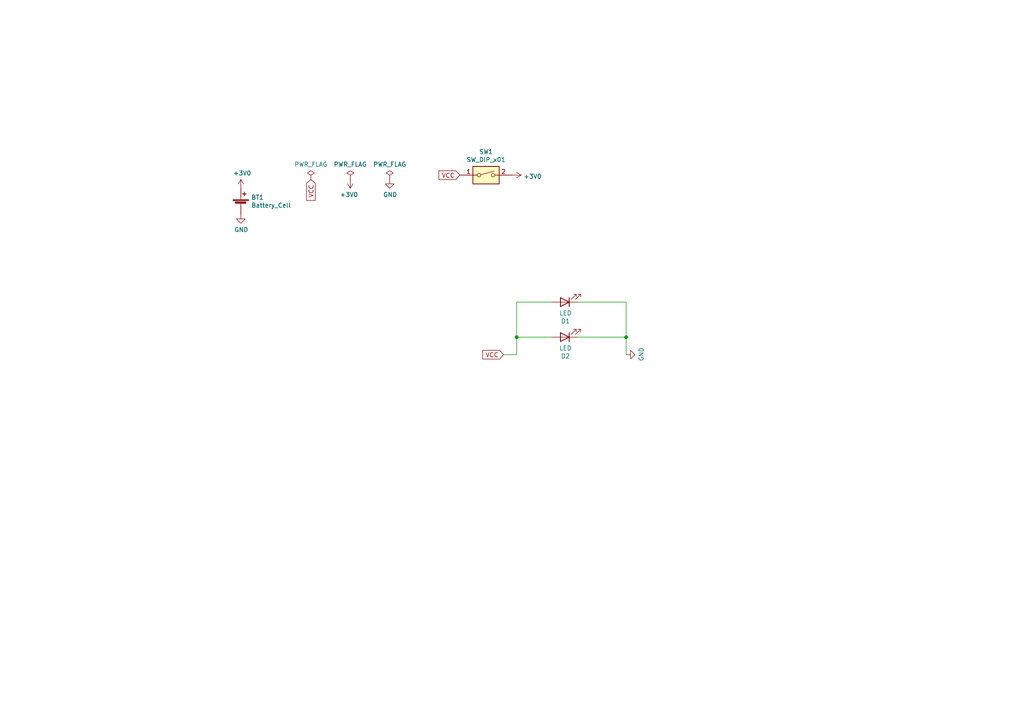
<source format=kicad_sch>
(kicad_sch (version 20230121) (generator eeschema)
  (paper "A4")
  (lib_symbols
    (symbol "Device:Battery_Cell" (pin_numbers hide) (pin_names (offset 0) hide)
      (property "Reference" "BT" (at 2.54 2.54 0))
      (property "Value" "Battery_Cell" (at 2.54 0 0))
      (symbol "Battery_Cell_0_1"
        (rectangle (start -2.286 1.778) (end 2.286 1.524) (fill (type outline)))
        (rectangle (start -1.5748 1.1938) (end 1.4732 0.6858) (fill (type outline)))
        (polyline (pts (xy 0 0.762) (xy 0 0)))
        (polyline (pts (xy 0 1.778) (xy 0 2.54)))
        (polyline (pts (xy 0.508 3.429) (xy 1.524 3.429)) (stroke (width 0.254)))
        (polyline (pts (xy 1.016 3.937) (xy 1.016 2.921)) (stroke (width 0.254)))
      )
      (symbol "Battery_Cell_1_1"
        (pin passive line (at 0 5.08 270) (length 2.54) (name "+") (number "1"))
        (pin passive line (at 0 -2.54 90) (length 2.54) (name "-") (number "2"))
      )
    )
    (symbol "Device:LED" (pin_numbers hide) (pin_names (offset 1.016) hide)
      (property "Reference" "D" (at 0 2.54 0))
      (property "Value" "LED" (at 0 -2.54 0))
      (symbol "LED_0_1"
        (polyline (pts (xy -1.27 -1.27) (xy -1.27 1.27)) (stroke (width 0.254)))
        (polyline (pts (xy -1.27 0) (xy 1.27 0)))
        (polyline (pts (xy 1.27 -1.27) (xy 1.27 1.27) (xy -1.27 0) (xy 1.27 -1.27)) (stroke (width 0.254)))
        (polyline (pts (xy -3.048 -0.762) (xy -4.572 -2.286) (xy -3.81 -2.286) (xy -4.572 -2.286) (xy -4.572 -1.524)))
        (polyline (pts (xy -1.778 -0.762) (xy -3.302 -2.286) (xy -2.54 -2.286) (xy -3.302 -2.286) (xy -3.302 -1.524)))
      )
      (symbol "LED_1_1"
        (pin passive line (at -3.81 0 0) (length 2.54) (name "K") (number "1"))
        (pin passive line (at 3.81 0 180) (length 2.54) (name "A") (number "2"))
      )
    )
    (symbol "Switch:SW_DIP_x01" (pin_names (offset 0) hide)
      (property "Reference" "SW" (at 0 3.81 0))
      (property "Value" "SW_DIP_x01" (at 0 -3.81 0))
      (symbol "SW_DIP_x01_0_0"
        (circle (center -2.032 0) (radius 0.508))
        (polyline (pts (xy -1.524 0.127) (xy 2.3622 1.1684)))
        (circle (center 2.032 0) (radius 0.508))
      )
      (symbol "SW_DIP_x01_0_1"
        (rectangle (start -3.81 2.54) (end 3.81 -2.54) (stroke (width 0.254)) (fill (type background)))
      )
      (symbol "SW_DIP_x01_1_1"
        (pin passive line (at -7.62 0 0) (length 5.08) (name "~") (number "1"))
        (pin passive line (at 7.62 0 180) (length 5.08) (name "~") (number "2"))
      )
    )
    (symbol "power:+3V0" (power) (pin_names (offset 0))
      (property "Value" "+3V0" (at 0 3.556 0))
      (symbol "+3V0_0_1"
        (polyline (pts (xy -0.762 1.27) (xy 0 2.54)))
        (polyline (pts (xy 0 0) (xy 0 2.54)))
        (polyline (pts (xy 0 2.54) (xy 0.762 1.27)))
      )
      (symbol "+3V0_1_1"
        (pin power_in line (at 0 0 90) (length 0) hide (name "+3V0") (number "1"))
      )
    )
    (symbol "power:GND" (power) (pin_names (offset 0))
      (property "Value" "GND" (at 0 -3.81 0))
      (symbol "GND_0_1"
        (polyline (pts (xy 0 0) (xy 0 -1.27) (xy 1.27 -1.27) (xy 0 -2.54) (xy -1.27 -1.27) (xy 0 -1.27)))
      )
      (symbol "GND_1_1"
        (pin power_in line (at 0 0 270) (length 0) hide (name "GND") (number "1"))
      )
    )
    (symbol "power:PWR_FLAG" (power) (pin_numbers hide) (pin_names (offset 0) hide)
      (property "Value" "PWR_FLAG" (at 0 3.81 0))
      (symbol "PWR_FLAG_0_0"
        (pin power_out line (at 0 0 90) (length 0) (name "pwr") (number "1"))
      )
      (symbol "PWR_FLAG_0_1"
        (polyline (pts (xy 0 0) (xy 0 1.27) (xy -1.016 1.905) (xy 0 2.54) (xy 1.016 1.905) (xy 0 1.27)))
      )
    )
  )
  (junction (at 181.61 97.79))
  (junction (at 149.86 97.79))
  (wire (pts (xy 160.02 87.63) (xy 149.86 87.63)))
  (wire (pts (xy 149.86 97.79) (xy 149.86 102.87)))
  (wire (pts (xy 181.61 87.63) (xy 181.61 97.79)))
  (wire (pts (xy 181.61 97.79) (xy 181.61 102.87)))
  (wire (pts (xy 167.64 97.79) (xy 181.61 97.79)))
  (wire (pts (xy 181.61 87.63) (xy 167.64 87.63)))
  (wire (pts (xy 149.86 87.63) (xy 149.86 97.79)))
  (wire (pts (xy 149.86 102.87) (xy 146.05 102.87)))
  (wire (pts (xy 160.02 97.79) (xy 149.86 97.79)))
  (global_label "VCC" (shape input) (at 146.05 102.87 180) (property "Intersheetrefs" "${INTERSHEET_REFS}" (effects hide)))
  (global_label "VCC" (shape input) (at 133.35 50.8 180) (property "Intersheetrefs" "${INTERSHEET_REFS}" (effects hide)))
  (global_label "VCC" (shape input) (at 90.17 52.07 270) (property "Intersheetrefs" "${INTERSHEET_REFS}" (effects hide)))
  (symbol (lib_id "power:+3V0") (at 69.85 54.61 0) (unit 1)
    (property "Reference" "#PWR01" (effects hide))
    (property "Value" "+3V0" (at 70.231 50.2158 0))
  )
  (symbol (lib_id "power:GND") (at 181.61 102.87 90) (unit 1)
    (property "Reference" "#PWR06" (effects hide))
    (property "Value" "GND" (at 186.0042 102.743 0))
  )
  (symbol (lib_id "Switch:SW_DIP_x01") (at 140.97 50.8 0) (unit 1)
    (property "Reference" "SW1" (at 140.97 44.0182 0))
    (property "Value" "SW_DIP_x01" (at 140.97 46.3296 0))
    (property "Footprint" "blinkyparts:Push_Button" (effects hide))
  )
  (symbol (lib_id "Device:LED") (at 163.83 97.79 180) (unit 1)
    (property "Reference" "D2" (at 164.0078 103.3018 0))
    (property "Value" "LED" (at 164.0078 100.9904 0))
    (property "Footprint" "blinkyparts:5mm_SMD-Pad" (effects hide))
  )
  (symbol (lib_id "power:PWR_FLAG") (at 90.17 52.07 0) (unit 1)
    (property "Reference" "#FLG01" (effects hide))
    (property "Value" "PWR_FLAG" (at 90.17 47.6758 0))
  )
  (symbol (lib_id "power:GND") (at 69.85 62.23 0) (unit 1)
    (property "Reference" "#PWR02" (effects hide))
    (property "Value" "GND" (at 69.977 66.6242 0))
  )
  (symbol (lib_id "power:PWR_FLAG") (at 101.6 52.07 0) (unit 1)
    (property "Reference" "#FLG02" (effects hide))
    (property "Value" "PWR_FLAG" (at 101.6 47.6758 0))
  )
  (symbol (lib_id "Device:Battery_Cell") (at 69.85 59.69 0) (unit 1)
    (property "Reference" "BT1" (at 72.8472 57.2516 0) (effects (justify left)))
    (property "Value" "Battery_Cell" (at 72.8472 59.563 0) (effects (justify left)))
    (property "Footprint" "blinkyparts:BatteryHolder_Keystone_1060_1x2032_HandSoldering" (effects hide))
  )
  (symbol (lib_id "power:GND") (at 113.03 52.07 0) (unit 1)
    (property "Reference" "#PWR04" (effects hide))
    (property "Value" "GND" (at 113.157 56.4642 0))
  )
  (symbol (lib_id "power:+3V0") (at 148.59 50.8 270) (unit 1)
    (property "Reference" "#PWR05" (effects hide))
    (property "Value" "+3V0" (at 151.8412 51.181 90) (effects (justify left)))
  )
  (symbol (lib_id "power:+3V0") (at 101.6 52.07 180) (unit 1)
    (property "Reference" "#PWR03" (effects hide))
    (property "Value" "+3V0" (at 101.219 56.4642 0))
  )
  (symbol (lib_id "Device:LED") (at 163.83 87.63 180) (unit 1)
    (property "Reference" "D1" (at 164.0078 93.1418 0))
    (property "Value" "LED" (at 164.0078 90.8304 0))
    (property "Footprint" "blinkyparts:5mm_SMD-Pad" (effects hide))
  )
  (symbol (lib_id "power:PWR_FLAG") (at 113.03 52.07 0) (unit 1)
    (property "Reference" "#FLG03" (effects hide))
    (property "Value" "PWR_FLAG" (at 113.03 47.6758 0))
  )
)
</source>
